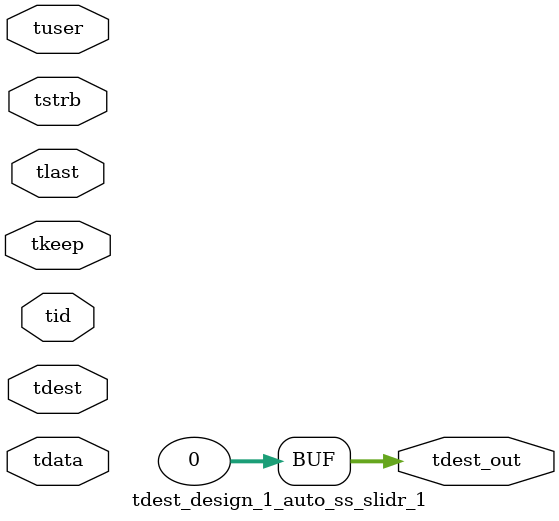
<source format=v>


`timescale 1ps/1ps

module tdest_design_1_auto_ss_slidr_1 #
(
parameter C_S_AXIS_TDATA_WIDTH = 32,
parameter C_S_AXIS_TUSER_WIDTH = 0,
parameter C_S_AXIS_TID_WIDTH   = 0,
parameter C_S_AXIS_TDEST_WIDTH = 0,
parameter C_M_AXIS_TDEST_WIDTH = 32
)
(
input  [(C_S_AXIS_TDATA_WIDTH == 0 ? 1 : C_S_AXIS_TDATA_WIDTH)-1:0     ] tdata,
input  [(C_S_AXIS_TUSER_WIDTH == 0 ? 1 : C_S_AXIS_TUSER_WIDTH)-1:0     ] tuser,
input  [(C_S_AXIS_TID_WIDTH   == 0 ? 1 : C_S_AXIS_TID_WIDTH)-1:0       ] tid,
input  [(C_S_AXIS_TDEST_WIDTH == 0 ? 1 : C_S_AXIS_TDEST_WIDTH)-1:0     ] tdest,
input  [(C_S_AXIS_TDATA_WIDTH/8)-1:0 ] tkeep,
input  [(C_S_AXIS_TDATA_WIDTH/8)-1:0 ] tstrb,
input                                                                    tlast,
output [C_M_AXIS_TDEST_WIDTH-1:0] tdest_out
);

assign tdest_out = {1'b0};

endmodule


</source>
